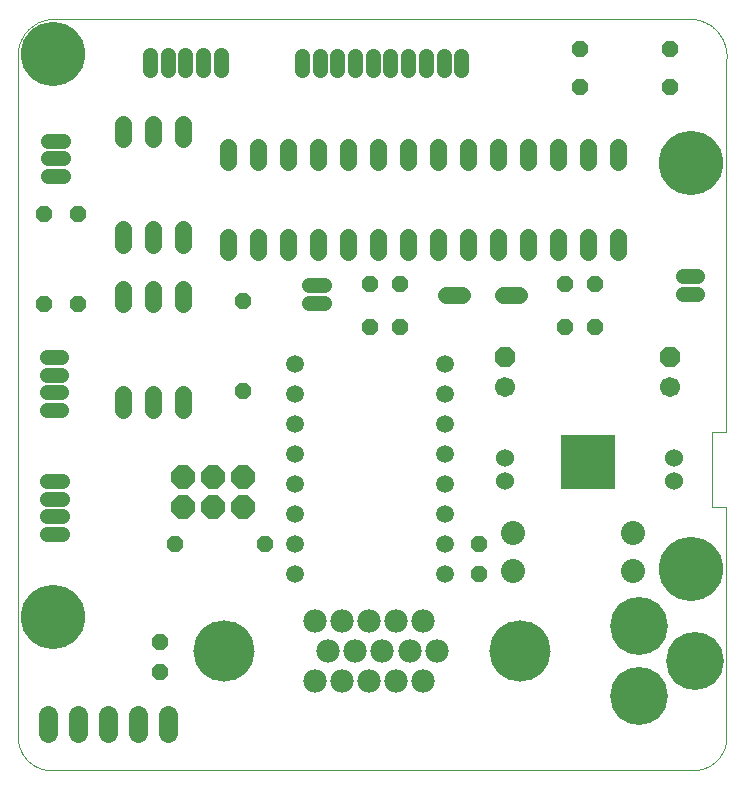
<source format=gbs>
G75*
%MOIN*%
%OFA0B0*%
%FSLAX25Y25*%
%IPPOS*%
%LPD*%
%AMOC8*
5,1,8,0,0,1.08239X$1,22.5*
%
%ADD10C,0.00000*%
%ADD11C,0.07800*%
%ADD12C,0.20400*%
%ADD13C,0.08000*%
%ADD14OC8,0.05600*%
%ADD15C,0.19298*%
%ADD16C,0.05943*%
%ADD17OC8,0.06700*%
%ADD18C,0.06700*%
%ADD19C,0.05600*%
%ADD20C,0.05156*%
%ADD21C,0.21400*%
%ADD22OC8,0.07800*%
%ADD23C,0.06000*%
%ADD24C,0.06400*%
%ADD25R,0.18400X0.18400*%
D10*
X0032936Y0031270D02*
X0246885Y0031270D01*
X0247154Y0031273D01*
X0247423Y0031283D01*
X0247692Y0031299D01*
X0247960Y0031322D01*
X0248227Y0031351D01*
X0248494Y0031387D01*
X0248760Y0031429D01*
X0249025Y0031477D01*
X0249288Y0031532D01*
X0249550Y0031594D01*
X0249811Y0031661D01*
X0250069Y0031735D01*
X0250326Y0031815D01*
X0250581Y0031901D01*
X0250834Y0031994D01*
X0251084Y0032092D01*
X0251332Y0032197D01*
X0251578Y0032307D01*
X0251820Y0032423D01*
X0252060Y0032546D01*
X0252297Y0032673D01*
X0252531Y0032807D01*
X0252761Y0032946D01*
X0252988Y0033091D01*
X0253211Y0033241D01*
X0253431Y0033397D01*
X0253646Y0033558D01*
X0253858Y0033724D01*
X0254066Y0033895D01*
X0254270Y0034071D01*
X0254469Y0034251D01*
X0254664Y0034437D01*
X0254854Y0034627D01*
X0255040Y0034822D01*
X0255220Y0035021D01*
X0255396Y0035225D01*
X0255567Y0035433D01*
X0255733Y0035645D01*
X0255894Y0035860D01*
X0256050Y0036080D01*
X0256200Y0036303D01*
X0256345Y0036530D01*
X0256484Y0036760D01*
X0256618Y0036994D01*
X0256745Y0037231D01*
X0256868Y0037471D01*
X0256984Y0037713D01*
X0257094Y0037959D01*
X0257199Y0038207D01*
X0257297Y0038457D01*
X0257390Y0038710D01*
X0257476Y0038965D01*
X0257556Y0039222D01*
X0257630Y0039480D01*
X0257697Y0039741D01*
X0257759Y0040003D01*
X0257814Y0040266D01*
X0257862Y0040531D01*
X0257904Y0040797D01*
X0257940Y0041064D01*
X0257969Y0041331D01*
X0257992Y0041599D01*
X0258008Y0041868D01*
X0258018Y0042137D01*
X0258021Y0042406D01*
X0258020Y0042406D02*
X0258020Y0119115D01*
X0253099Y0119115D01*
X0253099Y0144080D01*
X0258020Y0144080D01*
X0258020Y0268166D01*
X0258045Y0268464D01*
X0258063Y0268762D01*
X0258074Y0269061D01*
X0258077Y0269360D01*
X0258073Y0269659D01*
X0258062Y0269958D01*
X0258044Y0270256D01*
X0258018Y0270554D01*
X0257985Y0270851D01*
X0257945Y0271148D01*
X0257898Y0271443D01*
X0257844Y0271737D01*
X0257783Y0272030D01*
X0257714Y0272321D01*
X0257639Y0272610D01*
X0257557Y0272898D01*
X0257467Y0273183D01*
X0257371Y0273466D01*
X0257268Y0273747D01*
X0257159Y0274025D01*
X0257042Y0274300D01*
X0256919Y0274573D01*
X0256790Y0274842D01*
X0256654Y0275109D01*
X0256511Y0275372D01*
X0256362Y0275631D01*
X0256208Y0275887D01*
X0256046Y0276139D01*
X0255879Y0276386D01*
X0255706Y0276630D01*
X0255527Y0276870D01*
X0255343Y0277105D01*
X0255152Y0277336D01*
X0254957Y0277562D01*
X0254755Y0277783D01*
X0254549Y0277999D01*
X0254337Y0278210D01*
X0254121Y0278416D01*
X0253899Y0278617D01*
X0253673Y0278812D01*
X0253442Y0279002D01*
X0253206Y0279186D01*
X0252966Y0279365D01*
X0252722Y0279537D01*
X0252474Y0279704D01*
X0252221Y0279864D01*
X0251965Y0280019D01*
X0251706Y0280167D01*
X0251442Y0280309D01*
X0251176Y0280444D01*
X0250906Y0280573D01*
X0250633Y0280696D01*
X0250358Y0280812D01*
X0250079Y0280921D01*
X0249798Y0281023D01*
X0249515Y0281118D01*
X0249229Y0281207D01*
X0248942Y0281289D01*
X0248652Y0281364D01*
X0248361Y0281431D01*
X0248068Y0281492D01*
X0247774Y0281546D01*
X0247479Y0281592D01*
X0247182Y0281631D01*
X0246885Y0281663D01*
X0246885Y0281664D02*
X0033374Y0281664D01*
X0033085Y0281651D01*
X0032797Y0281631D01*
X0032508Y0281604D01*
X0032221Y0281570D01*
X0031935Y0281529D01*
X0031649Y0281481D01*
X0031365Y0281426D01*
X0031082Y0281365D01*
X0030801Y0281297D01*
X0030522Y0281222D01*
X0030244Y0281140D01*
X0029969Y0281051D01*
X0029695Y0280956D01*
X0029425Y0280854D01*
X0029156Y0280746D01*
X0028890Y0280632D01*
X0028628Y0280511D01*
X0028368Y0280383D01*
X0028111Y0280250D01*
X0027858Y0280110D01*
X0027608Y0279964D01*
X0027362Y0279812D01*
X0027119Y0279654D01*
X0026880Y0279491D01*
X0026646Y0279321D01*
X0026415Y0279147D01*
X0026189Y0278966D01*
X0025967Y0278780D01*
X0025750Y0278589D01*
X0025537Y0278393D01*
X0025330Y0278191D01*
X0025127Y0277985D01*
X0024929Y0277774D01*
X0024736Y0277558D01*
X0024549Y0277337D01*
X0024367Y0277112D01*
X0024191Y0276883D01*
X0024020Y0276649D01*
X0023855Y0276412D01*
X0023695Y0276170D01*
X0023542Y0275925D01*
X0023394Y0275676D01*
X0023253Y0275424D01*
X0023117Y0275168D01*
X0022988Y0274909D01*
X0022866Y0274647D01*
X0022749Y0274382D01*
X0022639Y0274114D01*
X0022536Y0273844D01*
X0022439Y0273572D01*
X0022348Y0273297D01*
X0022265Y0273020D01*
X0022188Y0272741D01*
X0022117Y0272460D01*
X0022054Y0272178D01*
X0021997Y0271894D01*
X0021948Y0271609D01*
X0021905Y0271323D01*
X0021869Y0271036D01*
X0021840Y0270748D01*
X0021818Y0270459D01*
X0021803Y0270170D01*
X0021795Y0269881D01*
X0021794Y0269592D01*
X0021800Y0269302D01*
X0021800Y0042406D01*
X0021803Y0042137D01*
X0021813Y0041868D01*
X0021829Y0041599D01*
X0021852Y0041331D01*
X0021881Y0041064D01*
X0021917Y0040797D01*
X0021959Y0040531D01*
X0022007Y0040266D01*
X0022062Y0040003D01*
X0022124Y0039741D01*
X0022191Y0039480D01*
X0022265Y0039222D01*
X0022345Y0038965D01*
X0022431Y0038710D01*
X0022524Y0038457D01*
X0022622Y0038207D01*
X0022727Y0037959D01*
X0022837Y0037713D01*
X0022953Y0037471D01*
X0023076Y0037231D01*
X0023203Y0036994D01*
X0023337Y0036760D01*
X0023476Y0036530D01*
X0023621Y0036303D01*
X0023771Y0036080D01*
X0023927Y0035860D01*
X0024088Y0035645D01*
X0024254Y0035433D01*
X0024425Y0035225D01*
X0024601Y0035021D01*
X0024781Y0034822D01*
X0024967Y0034627D01*
X0025157Y0034437D01*
X0025352Y0034251D01*
X0025551Y0034071D01*
X0025755Y0033895D01*
X0025963Y0033724D01*
X0026175Y0033558D01*
X0026390Y0033397D01*
X0026610Y0033241D01*
X0026833Y0033091D01*
X0027060Y0032946D01*
X0027290Y0032807D01*
X0027524Y0032673D01*
X0027761Y0032546D01*
X0028001Y0032423D01*
X0028243Y0032307D01*
X0028489Y0032197D01*
X0028737Y0032092D01*
X0028987Y0031994D01*
X0029240Y0031901D01*
X0029495Y0031815D01*
X0029752Y0031735D01*
X0030010Y0031661D01*
X0030271Y0031594D01*
X0030533Y0031532D01*
X0030796Y0031477D01*
X0031061Y0031429D01*
X0031327Y0031387D01*
X0031594Y0031351D01*
X0031861Y0031322D01*
X0032129Y0031299D01*
X0032398Y0031283D01*
X0032667Y0031273D01*
X0032936Y0031270D01*
D11*
X0120855Y0060955D03*
X0125343Y0070955D03*
X0134359Y0070955D03*
X0143375Y0070955D03*
X0138887Y0060955D03*
X0147902Y0060955D03*
X0156918Y0060955D03*
X0161406Y0070955D03*
X0152391Y0070955D03*
X0147902Y0080955D03*
X0138887Y0080955D03*
X0129871Y0080955D03*
X0120855Y0080955D03*
X0129871Y0060955D03*
X0156918Y0080955D03*
D12*
X0189123Y0070955D03*
X0090698Y0070955D03*
D13*
X0186800Y0097776D03*
X0186800Y0110276D03*
X0226800Y0110276D03*
X0226800Y0097776D03*
D14*
X0175550Y0096526D03*
X0175550Y0106526D03*
X0149300Y0179026D03*
X0139300Y0179026D03*
X0139300Y0193401D03*
X0149300Y0193401D03*
X0096800Y0187776D03*
X0096800Y0157776D03*
X0104300Y0106526D03*
X0074300Y0106526D03*
X0069300Y0074026D03*
X0069300Y0064026D03*
X0041800Y0186526D03*
X0030550Y0186526D03*
X0030550Y0216526D03*
X0041800Y0216526D03*
X0204300Y0193401D03*
X0214300Y0193401D03*
X0214300Y0179026D03*
X0204300Y0179026D03*
X0209300Y0259026D03*
X0209300Y0271526D03*
X0239300Y0271526D03*
X0239300Y0259026D03*
D15*
X0228969Y0079339D03*
X0247473Y0067528D03*
X0228969Y0056111D03*
D16*
X0164300Y0096526D03*
X0164300Y0106526D03*
X0164300Y0116526D03*
X0164300Y0126526D03*
X0164300Y0136526D03*
X0164300Y0146526D03*
X0164300Y0156526D03*
X0164300Y0166526D03*
X0114300Y0166526D03*
X0114300Y0156526D03*
X0114300Y0146526D03*
X0114300Y0136526D03*
X0114300Y0126526D03*
X0114300Y0116526D03*
X0114300Y0106526D03*
X0114300Y0096526D03*
D17*
X0184300Y0169026D03*
X0239300Y0169026D03*
D18*
X0239300Y0159026D03*
X0184300Y0159026D03*
D19*
X0183700Y0189651D02*
X0188900Y0189651D01*
X0191800Y0203926D02*
X0191800Y0209126D01*
X0181800Y0209126D02*
X0181800Y0203926D01*
X0171800Y0203926D02*
X0171800Y0209126D01*
X0161800Y0209126D02*
X0161800Y0203926D01*
X0151800Y0203926D02*
X0151800Y0209126D01*
X0141800Y0209126D02*
X0141800Y0203926D01*
X0131800Y0203926D02*
X0131800Y0209126D01*
X0121800Y0209126D02*
X0121800Y0203926D01*
X0111800Y0203926D02*
X0111800Y0209126D01*
X0101800Y0209126D02*
X0101800Y0203926D01*
X0091800Y0203926D02*
X0091800Y0209126D01*
X0076800Y0211526D02*
X0076800Y0206326D01*
X0066800Y0206326D02*
X0066800Y0211526D01*
X0056800Y0211526D02*
X0056800Y0206326D01*
X0056800Y0191726D02*
X0056800Y0186526D01*
X0066800Y0186526D02*
X0066800Y0191726D01*
X0076800Y0191726D02*
X0076800Y0186526D01*
X0076800Y0156526D02*
X0076800Y0151326D01*
X0066800Y0151326D02*
X0066800Y0156526D01*
X0056800Y0156526D02*
X0056800Y0151326D01*
X0091800Y0233926D02*
X0091800Y0239126D01*
X0101800Y0239126D02*
X0101800Y0233926D01*
X0111800Y0233926D02*
X0111800Y0239126D01*
X0121800Y0239126D02*
X0121800Y0233926D01*
X0131800Y0233926D02*
X0131800Y0239126D01*
X0141800Y0239126D02*
X0141800Y0233926D01*
X0151800Y0233926D02*
X0151800Y0239126D01*
X0161800Y0239126D02*
X0161800Y0233926D01*
X0171800Y0233926D02*
X0171800Y0239126D01*
X0181800Y0239126D02*
X0181800Y0233926D01*
X0191800Y0233926D02*
X0191800Y0239126D01*
X0201800Y0239126D02*
X0201800Y0233926D01*
X0211800Y0233926D02*
X0211800Y0239126D01*
X0221800Y0239126D02*
X0221800Y0233926D01*
X0221800Y0209126D02*
X0221800Y0203926D01*
X0211800Y0203926D02*
X0211800Y0209126D01*
X0201800Y0209126D02*
X0201800Y0203926D01*
X0169900Y0189651D02*
X0164700Y0189651D01*
X0076800Y0241526D02*
X0076800Y0246726D01*
X0066800Y0246726D02*
X0066800Y0241526D01*
X0056800Y0241526D02*
X0056800Y0246726D01*
D20*
X0065894Y0264768D02*
X0065894Y0269524D01*
X0071800Y0269524D02*
X0071800Y0264768D01*
X0077706Y0264768D02*
X0077706Y0269524D01*
X0083611Y0269524D02*
X0083611Y0264768D01*
X0089517Y0264768D02*
X0089517Y0269524D01*
X0116489Y0269455D02*
X0116489Y0264699D01*
X0122394Y0264699D02*
X0122394Y0269455D01*
X0128300Y0269455D02*
X0128300Y0264699D01*
X0134206Y0264699D02*
X0134206Y0269455D01*
X0140111Y0269455D02*
X0140111Y0264699D01*
X0146017Y0264699D02*
X0146017Y0269455D01*
X0151922Y0269455D02*
X0151922Y0264699D01*
X0157828Y0264699D02*
X0157828Y0269455D01*
X0163733Y0269455D02*
X0163733Y0264699D01*
X0169639Y0264699D02*
X0169639Y0269455D01*
X0123725Y0192904D02*
X0118969Y0192904D01*
X0118969Y0186998D02*
X0123725Y0186998D01*
X0036383Y0169065D02*
X0031627Y0169065D01*
X0031627Y0163160D02*
X0036383Y0163160D01*
X0036383Y0157254D02*
X0031627Y0157254D01*
X0031627Y0151349D02*
X0036383Y0151349D01*
X0036426Y0127678D02*
X0031670Y0127678D01*
X0031670Y0121772D02*
X0036426Y0121772D01*
X0036426Y0115867D02*
X0031670Y0115867D01*
X0031670Y0109961D02*
X0036426Y0109961D01*
X0036776Y0229302D02*
X0032020Y0229302D01*
X0032020Y0235207D02*
X0036776Y0235207D01*
X0036776Y0241113D02*
X0032020Y0241113D01*
X0243517Y0195876D02*
X0248272Y0195876D01*
X0248272Y0189971D02*
X0243517Y0189971D01*
D21*
X0246209Y0233632D03*
X0246209Y0098199D03*
X0033611Y0082451D03*
X0033611Y0269853D03*
D22*
X0076800Y0129026D03*
X0076800Y0119026D03*
X0086800Y0119026D03*
X0086800Y0129026D03*
X0096800Y0129026D03*
X0096800Y0119026D03*
D23*
X0184300Y0127589D03*
X0184300Y0135463D03*
X0240550Y0135463D03*
X0240550Y0127589D03*
D24*
X0071800Y0049526D02*
X0071800Y0043526D01*
X0061800Y0043526D02*
X0061800Y0049526D01*
X0051800Y0049526D02*
X0051800Y0043526D01*
X0041800Y0043526D02*
X0041800Y0049526D01*
X0031800Y0049526D02*
X0031800Y0043526D01*
D25*
X0211800Y0134026D03*
M02*

</source>
